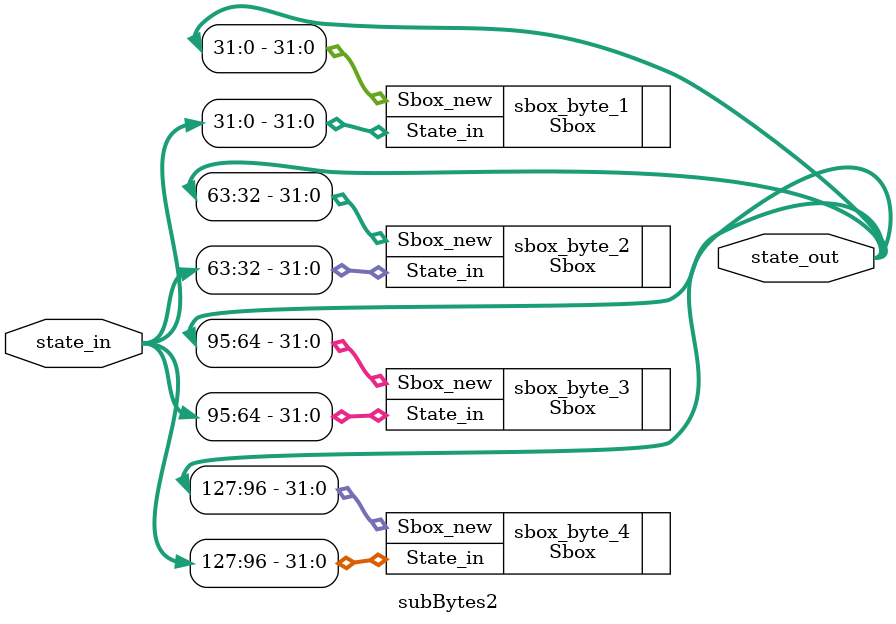
<source format=v>

`include "Sbox.v"

module subBytes2(state_in,
	state_out);

	parameter WORD = 32; // The size of word is 32 bits.
	parameter ZERO = 0; // Zero.
	parameter Nb = 128; // The number of bits in the plain text, cipher, key.
	
	// Inputs
	input  [Nb-1:ZERO]	state_in;
	
	// Outputs	
	output [Nb-1:ZERO]	state_out;

	Sbox sbox_byte_1(.State_in(state_in[WORD-1:ZERO]), .Sbox_new(state_out[WORD-1:ZERO]));
	Sbox sbox_byte_2(.State_in(state_in[2*WORD-1:WORD]), .Sbox_new(state_out[2*WORD-1:WORD]));
	Sbox sbox_byte_3(.State_in(state_in[3*WORD-1:2*WORD]), .Sbox_new(state_out[3*WORD-1:2*WORD]));
	Sbox sbox_byte_4(.State_in(state_in[4*WORD-1:3*WORD]), .Sbox_new(state_out[4*WORD-1:3*WORD]));
	
endmodule // subBytes

</source>
